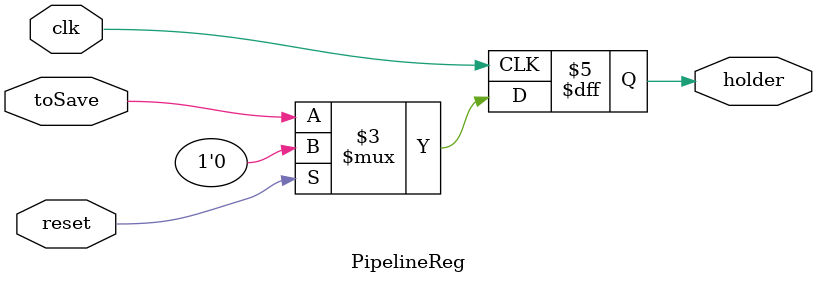
<source format=v>
`ifndef _PIPELINE_REG_V
`define _PIPELINE_REG_V

module PipelineReg #(
    parameter WIDTH = 1
) (
    input wire clk,
    input wire reset,
    input wire [WIDTH-1: 0] toSave,
    output reg [WIDTH-1: 0] holder
);

    always @(posedge clk ) begin
        if(reset)
            holder <= 0;
        else
            holder <= toSave;
    end
    
endmodule

`endif
</source>
